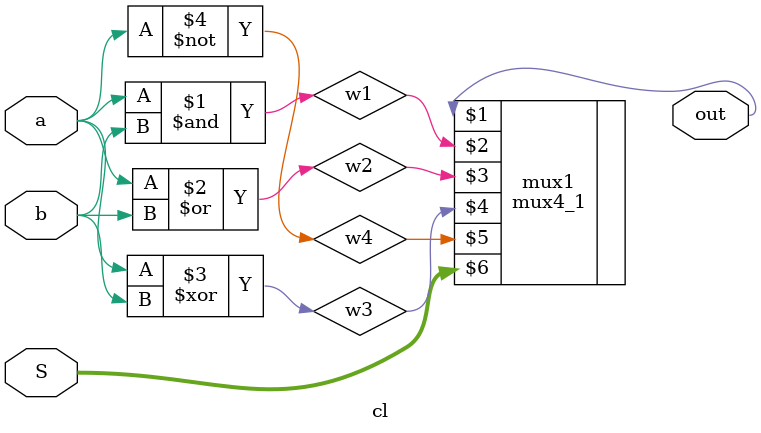
<source format=v>

module cl(output wire out, input wire a, b, input wire [1:0] S);

wire w1;
wire w2;
wire w3;
wire w4;

and and1(w1, a, b);
or or1(w2, a, b);
xor xor1(w3, a, b);
not not1(w4, a);

mux4_1 mux1(out, w1, w2, w3, w4, S);

endmodule
</source>
